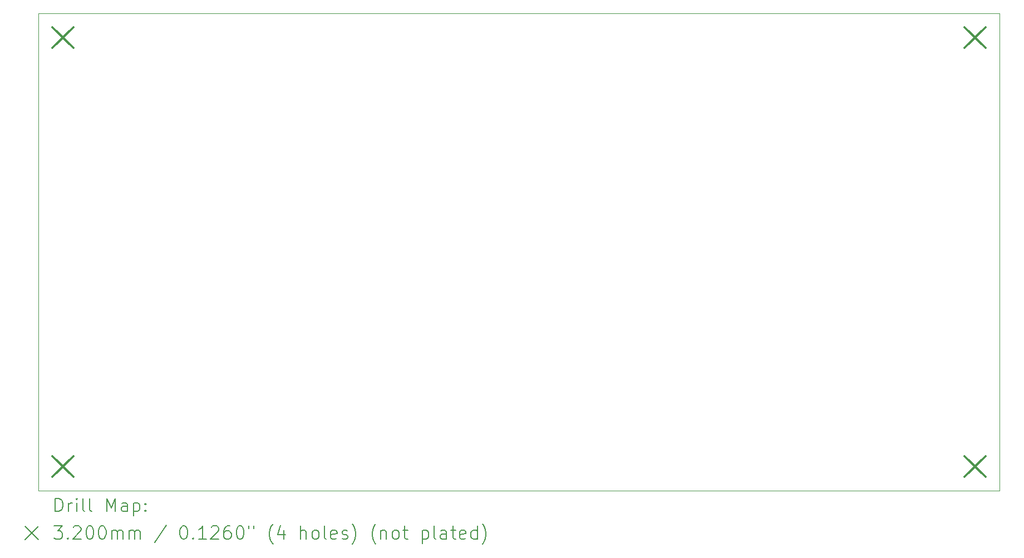
<source format=gbr>
%TF.GenerationSoftware,KiCad,Pcbnew,8.0.1*%
%TF.CreationDate,2024-05-23T14:09:58+02:00*%
%TF.ProjectId,MISRC_v2.1,4d495352-435f-4763-922e-312e6b696361,0.3*%
%TF.SameCoordinates,Original*%
%TF.FileFunction,Drillmap*%
%TF.FilePolarity,Positive*%
%FSLAX45Y45*%
G04 Gerber Fmt 4.5, Leading zero omitted, Abs format (unit mm)*
G04 Created by KiCad (PCBNEW 8.0.1) date 2024-05-23 14:09:58*
%MOMM*%
%LPD*%
G01*
G04 APERTURE LIST*
%ADD10C,0.100000*%
%ADD11C,0.200000*%
%ADD12C,0.320000*%
G04 APERTURE END LIST*
D10*
X20675600Y-13589000D02*
X20675600Y-6324600D01*
X6057900Y-13589000D02*
X20675600Y-13589000D01*
X20675600Y-6324600D02*
X6057900Y-6324600D01*
X6057900Y-6324600D02*
X6057900Y-13589000D01*
D11*
D12*
X6266200Y-6532900D02*
X6586200Y-6852900D01*
X6586200Y-6532900D02*
X6266200Y-6852900D01*
X6266200Y-13060700D02*
X6586200Y-13380700D01*
X6586200Y-13060700D02*
X6266200Y-13380700D01*
X20147300Y-6532900D02*
X20467300Y-6852900D01*
X20467300Y-6532900D02*
X20147300Y-6852900D01*
X20147300Y-13060700D02*
X20467300Y-13380700D01*
X20467300Y-13060700D02*
X20147300Y-13380700D01*
D11*
X6313677Y-13905484D02*
X6313677Y-13705484D01*
X6313677Y-13705484D02*
X6361296Y-13705484D01*
X6361296Y-13705484D02*
X6389867Y-13715008D01*
X6389867Y-13715008D02*
X6408915Y-13734055D01*
X6408915Y-13734055D02*
X6418439Y-13753103D01*
X6418439Y-13753103D02*
X6427962Y-13791198D01*
X6427962Y-13791198D02*
X6427962Y-13819769D01*
X6427962Y-13819769D02*
X6418439Y-13857865D01*
X6418439Y-13857865D02*
X6408915Y-13876912D01*
X6408915Y-13876912D02*
X6389867Y-13895960D01*
X6389867Y-13895960D02*
X6361296Y-13905484D01*
X6361296Y-13905484D02*
X6313677Y-13905484D01*
X6513677Y-13905484D02*
X6513677Y-13772150D01*
X6513677Y-13810246D02*
X6523201Y-13791198D01*
X6523201Y-13791198D02*
X6532724Y-13781674D01*
X6532724Y-13781674D02*
X6551772Y-13772150D01*
X6551772Y-13772150D02*
X6570820Y-13772150D01*
X6637486Y-13905484D02*
X6637486Y-13772150D01*
X6637486Y-13705484D02*
X6627962Y-13715008D01*
X6627962Y-13715008D02*
X6637486Y-13724531D01*
X6637486Y-13724531D02*
X6647010Y-13715008D01*
X6647010Y-13715008D02*
X6637486Y-13705484D01*
X6637486Y-13705484D02*
X6637486Y-13724531D01*
X6761296Y-13905484D02*
X6742248Y-13895960D01*
X6742248Y-13895960D02*
X6732724Y-13876912D01*
X6732724Y-13876912D02*
X6732724Y-13705484D01*
X6866058Y-13905484D02*
X6847010Y-13895960D01*
X6847010Y-13895960D02*
X6837486Y-13876912D01*
X6837486Y-13876912D02*
X6837486Y-13705484D01*
X7094629Y-13905484D02*
X7094629Y-13705484D01*
X7094629Y-13705484D02*
X7161296Y-13848341D01*
X7161296Y-13848341D02*
X7227962Y-13705484D01*
X7227962Y-13705484D02*
X7227962Y-13905484D01*
X7408915Y-13905484D02*
X7408915Y-13800722D01*
X7408915Y-13800722D02*
X7399391Y-13781674D01*
X7399391Y-13781674D02*
X7380343Y-13772150D01*
X7380343Y-13772150D02*
X7342248Y-13772150D01*
X7342248Y-13772150D02*
X7323201Y-13781674D01*
X7408915Y-13895960D02*
X7389867Y-13905484D01*
X7389867Y-13905484D02*
X7342248Y-13905484D01*
X7342248Y-13905484D02*
X7323201Y-13895960D01*
X7323201Y-13895960D02*
X7313677Y-13876912D01*
X7313677Y-13876912D02*
X7313677Y-13857865D01*
X7313677Y-13857865D02*
X7323201Y-13838817D01*
X7323201Y-13838817D02*
X7342248Y-13829293D01*
X7342248Y-13829293D02*
X7389867Y-13829293D01*
X7389867Y-13829293D02*
X7408915Y-13819769D01*
X7504153Y-13772150D02*
X7504153Y-13972150D01*
X7504153Y-13781674D02*
X7523201Y-13772150D01*
X7523201Y-13772150D02*
X7561296Y-13772150D01*
X7561296Y-13772150D02*
X7580343Y-13781674D01*
X7580343Y-13781674D02*
X7589867Y-13791198D01*
X7589867Y-13791198D02*
X7599391Y-13810246D01*
X7599391Y-13810246D02*
X7599391Y-13867388D01*
X7599391Y-13867388D02*
X7589867Y-13886436D01*
X7589867Y-13886436D02*
X7580343Y-13895960D01*
X7580343Y-13895960D02*
X7561296Y-13905484D01*
X7561296Y-13905484D02*
X7523201Y-13905484D01*
X7523201Y-13905484D02*
X7504153Y-13895960D01*
X7685105Y-13886436D02*
X7694629Y-13895960D01*
X7694629Y-13895960D02*
X7685105Y-13905484D01*
X7685105Y-13905484D02*
X7675582Y-13895960D01*
X7675582Y-13895960D02*
X7685105Y-13886436D01*
X7685105Y-13886436D02*
X7685105Y-13905484D01*
X7685105Y-13781674D02*
X7694629Y-13791198D01*
X7694629Y-13791198D02*
X7685105Y-13800722D01*
X7685105Y-13800722D02*
X7675582Y-13791198D01*
X7675582Y-13791198D02*
X7685105Y-13781674D01*
X7685105Y-13781674D02*
X7685105Y-13800722D01*
X5852900Y-14134000D02*
X6052900Y-14334000D01*
X6052900Y-14134000D02*
X5852900Y-14334000D01*
X6294629Y-14125484D02*
X6418439Y-14125484D01*
X6418439Y-14125484D02*
X6351772Y-14201674D01*
X6351772Y-14201674D02*
X6380343Y-14201674D01*
X6380343Y-14201674D02*
X6399391Y-14211198D01*
X6399391Y-14211198D02*
X6408915Y-14220722D01*
X6408915Y-14220722D02*
X6418439Y-14239769D01*
X6418439Y-14239769D02*
X6418439Y-14287388D01*
X6418439Y-14287388D02*
X6408915Y-14306436D01*
X6408915Y-14306436D02*
X6399391Y-14315960D01*
X6399391Y-14315960D02*
X6380343Y-14325484D01*
X6380343Y-14325484D02*
X6323201Y-14325484D01*
X6323201Y-14325484D02*
X6304153Y-14315960D01*
X6304153Y-14315960D02*
X6294629Y-14306436D01*
X6504153Y-14306436D02*
X6513677Y-14315960D01*
X6513677Y-14315960D02*
X6504153Y-14325484D01*
X6504153Y-14325484D02*
X6494629Y-14315960D01*
X6494629Y-14315960D02*
X6504153Y-14306436D01*
X6504153Y-14306436D02*
X6504153Y-14325484D01*
X6589867Y-14144531D02*
X6599391Y-14135008D01*
X6599391Y-14135008D02*
X6618439Y-14125484D01*
X6618439Y-14125484D02*
X6666058Y-14125484D01*
X6666058Y-14125484D02*
X6685105Y-14135008D01*
X6685105Y-14135008D02*
X6694629Y-14144531D01*
X6694629Y-14144531D02*
X6704153Y-14163579D01*
X6704153Y-14163579D02*
X6704153Y-14182627D01*
X6704153Y-14182627D02*
X6694629Y-14211198D01*
X6694629Y-14211198D02*
X6580343Y-14325484D01*
X6580343Y-14325484D02*
X6704153Y-14325484D01*
X6827962Y-14125484D02*
X6847010Y-14125484D01*
X6847010Y-14125484D02*
X6866058Y-14135008D01*
X6866058Y-14135008D02*
X6875582Y-14144531D01*
X6875582Y-14144531D02*
X6885105Y-14163579D01*
X6885105Y-14163579D02*
X6894629Y-14201674D01*
X6894629Y-14201674D02*
X6894629Y-14249293D01*
X6894629Y-14249293D02*
X6885105Y-14287388D01*
X6885105Y-14287388D02*
X6875582Y-14306436D01*
X6875582Y-14306436D02*
X6866058Y-14315960D01*
X6866058Y-14315960D02*
X6847010Y-14325484D01*
X6847010Y-14325484D02*
X6827962Y-14325484D01*
X6827962Y-14325484D02*
X6808915Y-14315960D01*
X6808915Y-14315960D02*
X6799391Y-14306436D01*
X6799391Y-14306436D02*
X6789867Y-14287388D01*
X6789867Y-14287388D02*
X6780343Y-14249293D01*
X6780343Y-14249293D02*
X6780343Y-14201674D01*
X6780343Y-14201674D02*
X6789867Y-14163579D01*
X6789867Y-14163579D02*
X6799391Y-14144531D01*
X6799391Y-14144531D02*
X6808915Y-14135008D01*
X6808915Y-14135008D02*
X6827962Y-14125484D01*
X7018439Y-14125484D02*
X7037486Y-14125484D01*
X7037486Y-14125484D02*
X7056534Y-14135008D01*
X7056534Y-14135008D02*
X7066058Y-14144531D01*
X7066058Y-14144531D02*
X7075582Y-14163579D01*
X7075582Y-14163579D02*
X7085105Y-14201674D01*
X7085105Y-14201674D02*
X7085105Y-14249293D01*
X7085105Y-14249293D02*
X7075582Y-14287388D01*
X7075582Y-14287388D02*
X7066058Y-14306436D01*
X7066058Y-14306436D02*
X7056534Y-14315960D01*
X7056534Y-14315960D02*
X7037486Y-14325484D01*
X7037486Y-14325484D02*
X7018439Y-14325484D01*
X7018439Y-14325484D02*
X6999391Y-14315960D01*
X6999391Y-14315960D02*
X6989867Y-14306436D01*
X6989867Y-14306436D02*
X6980343Y-14287388D01*
X6980343Y-14287388D02*
X6970820Y-14249293D01*
X6970820Y-14249293D02*
X6970820Y-14201674D01*
X6970820Y-14201674D02*
X6980343Y-14163579D01*
X6980343Y-14163579D02*
X6989867Y-14144531D01*
X6989867Y-14144531D02*
X6999391Y-14135008D01*
X6999391Y-14135008D02*
X7018439Y-14125484D01*
X7170820Y-14325484D02*
X7170820Y-14192150D01*
X7170820Y-14211198D02*
X7180343Y-14201674D01*
X7180343Y-14201674D02*
X7199391Y-14192150D01*
X7199391Y-14192150D02*
X7227963Y-14192150D01*
X7227963Y-14192150D02*
X7247010Y-14201674D01*
X7247010Y-14201674D02*
X7256534Y-14220722D01*
X7256534Y-14220722D02*
X7256534Y-14325484D01*
X7256534Y-14220722D02*
X7266058Y-14201674D01*
X7266058Y-14201674D02*
X7285105Y-14192150D01*
X7285105Y-14192150D02*
X7313677Y-14192150D01*
X7313677Y-14192150D02*
X7332724Y-14201674D01*
X7332724Y-14201674D02*
X7342248Y-14220722D01*
X7342248Y-14220722D02*
X7342248Y-14325484D01*
X7437486Y-14325484D02*
X7437486Y-14192150D01*
X7437486Y-14211198D02*
X7447010Y-14201674D01*
X7447010Y-14201674D02*
X7466058Y-14192150D01*
X7466058Y-14192150D02*
X7494629Y-14192150D01*
X7494629Y-14192150D02*
X7513677Y-14201674D01*
X7513677Y-14201674D02*
X7523201Y-14220722D01*
X7523201Y-14220722D02*
X7523201Y-14325484D01*
X7523201Y-14220722D02*
X7532724Y-14201674D01*
X7532724Y-14201674D02*
X7551772Y-14192150D01*
X7551772Y-14192150D02*
X7580343Y-14192150D01*
X7580343Y-14192150D02*
X7599391Y-14201674D01*
X7599391Y-14201674D02*
X7608915Y-14220722D01*
X7608915Y-14220722D02*
X7608915Y-14325484D01*
X7999391Y-14115960D02*
X7827963Y-14373103D01*
X8256534Y-14125484D02*
X8275582Y-14125484D01*
X8275582Y-14125484D02*
X8294629Y-14135008D01*
X8294629Y-14135008D02*
X8304153Y-14144531D01*
X8304153Y-14144531D02*
X8313677Y-14163579D01*
X8313677Y-14163579D02*
X8323201Y-14201674D01*
X8323201Y-14201674D02*
X8323201Y-14249293D01*
X8323201Y-14249293D02*
X8313677Y-14287388D01*
X8313677Y-14287388D02*
X8304153Y-14306436D01*
X8304153Y-14306436D02*
X8294629Y-14315960D01*
X8294629Y-14315960D02*
X8275582Y-14325484D01*
X8275582Y-14325484D02*
X8256534Y-14325484D01*
X8256534Y-14325484D02*
X8237486Y-14315960D01*
X8237486Y-14315960D02*
X8227963Y-14306436D01*
X8227963Y-14306436D02*
X8218439Y-14287388D01*
X8218439Y-14287388D02*
X8208915Y-14249293D01*
X8208915Y-14249293D02*
X8208915Y-14201674D01*
X8208915Y-14201674D02*
X8218439Y-14163579D01*
X8218439Y-14163579D02*
X8227963Y-14144531D01*
X8227963Y-14144531D02*
X8237486Y-14135008D01*
X8237486Y-14135008D02*
X8256534Y-14125484D01*
X8408915Y-14306436D02*
X8418439Y-14315960D01*
X8418439Y-14315960D02*
X8408915Y-14325484D01*
X8408915Y-14325484D02*
X8399391Y-14315960D01*
X8399391Y-14315960D02*
X8408915Y-14306436D01*
X8408915Y-14306436D02*
X8408915Y-14325484D01*
X8608915Y-14325484D02*
X8494629Y-14325484D01*
X8551772Y-14325484D02*
X8551772Y-14125484D01*
X8551772Y-14125484D02*
X8532725Y-14154055D01*
X8532725Y-14154055D02*
X8513677Y-14173103D01*
X8513677Y-14173103D02*
X8494629Y-14182627D01*
X8685106Y-14144531D02*
X8694629Y-14135008D01*
X8694629Y-14135008D02*
X8713677Y-14125484D01*
X8713677Y-14125484D02*
X8761296Y-14125484D01*
X8761296Y-14125484D02*
X8780344Y-14135008D01*
X8780344Y-14135008D02*
X8789868Y-14144531D01*
X8789868Y-14144531D02*
X8799391Y-14163579D01*
X8799391Y-14163579D02*
X8799391Y-14182627D01*
X8799391Y-14182627D02*
X8789868Y-14211198D01*
X8789868Y-14211198D02*
X8675582Y-14325484D01*
X8675582Y-14325484D02*
X8799391Y-14325484D01*
X8970820Y-14125484D02*
X8932725Y-14125484D01*
X8932725Y-14125484D02*
X8913677Y-14135008D01*
X8913677Y-14135008D02*
X8904153Y-14144531D01*
X8904153Y-14144531D02*
X8885106Y-14173103D01*
X8885106Y-14173103D02*
X8875582Y-14211198D01*
X8875582Y-14211198D02*
X8875582Y-14287388D01*
X8875582Y-14287388D02*
X8885106Y-14306436D01*
X8885106Y-14306436D02*
X8894629Y-14315960D01*
X8894629Y-14315960D02*
X8913677Y-14325484D01*
X8913677Y-14325484D02*
X8951772Y-14325484D01*
X8951772Y-14325484D02*
X8970820Y-14315960D01*
X8970820Y-14315960D02*
X8980344Y-14306436D01*
X8980344Y-14306436D02*
X8989868Y-14287388D01*
X8989868Y-14287388D02*
X8989868Y-14239769D01*
X8989868Y-14239769D02*
X8980344Y-14220722D01*
X8980344Y-14220722D02*
X8970820Y-14211198D01*
X8970820Y-14211198D02*
X8951772Y-14201674D01*
X8951772Y-14201674D02*
X8913677Y-14201674D01*
X8913677Y-14201674D02*
X8894629Y-14211198D01*
X8894629Y-14211198D02*
X8885106Y-14220722D01*
X8885106Y-14220722D02*
X8875582Y-14239769D01*
X9113677Y-14125484D02*
X9132725Y-14125484D01*
X9132725Y-14125484D02*
X9151772Y-14135008D01*
X9151772Y-14135008D02*
X9161296Y-14144531D01*
X9161296Y-14144531D02*
X9170820Y-14163579D01*
X9170820Y-14163579D02*
X9180344Y-14201674D01*
X9180344Y-14201674D02*
X9180344Y-14249293D01*
X9180344Y-14249293D02*
X9170820Y-14287388D01*
X9170820Y-14287388D02*
X9161296Y-14306436D01*
X9161296Y-14306436D02*
X9151772Y-14315960D01*
X9151772Y-14315960D02*
X9132725Y-14325484D01*
X9132725Y-14325484D02*
X9113677Y-14325484D01*
X9113677Y-14325484D02*
X9094629Y-14315960D01*
X9094629Y-14315960D02*
X9085106Y-14306436D01*
X9085106Y-14306436D02*
X9075582Y-14287388D01*
X9075582Y-14287388D02*
X9066058Y-14249293D01*
X9066058Y-14249293D02*
X9066058Y-14201674D01*
X9066058Y-14201674D02*
X9075582Y-14163579D01*
X9075582Y-14163579D02*
X9085106Y-14144531D01*
X9085106Y-14144531D02*
X9094629Y-14135008D01*
X9094629Y-14135008D02*
X9113677Y-14125484D01*
X9256534Y-14125484D02*
X9256534Y-14163579D01*
X9332725Y-14125484D02*
X9332725Y-14163579D01*
X9627963Y-14401674D02*
X9618439Y-14392150D01*
X9618439Y-14392150D02*
X9599391Y-14363579D01*
X9599391Y-14363579D02*
X9589868Y-14344531D01*
X9589868Y-14344531D02*
X9580344Y-14315960D01*
X9580344Y-14315960D02*
X9570820Y-14268341D01*
X9570820Y-14268341D02*
X9570820Y-14230246D01*
X9570820Y-14230246D02*
X9580344Y-14182627D01*
X9580344Y-14182627D02*
X9589868Y-14154055D01*
X9589868Y-14154055D02*
X9599391Y-14135008D01*
X9599391Y-14135008D02*
X9618439Y-14106436D01*
X9618439Y-14106436D02*
X9627963Y-14096912D01*
X9789868Y-14192150D02*
X9789868Y-14325484D01*
X9742249Y-14115960D02*
X9694630Y-14258817D01*
X9694630Y-14258817D02*
X9818439Y-14258817D01*
X10047011Y-14325484D02*
X10047011Y-14125484D01*
X10132725Y-14325484D02*
X10132725Y-14220722D01*
X10132725Y-14220722D02*
X10123201Y-14201674D01*
X10123201Y-14201674D02*
X10104153Y-14192150D01*
X10104153Y-14192150D02*
X10075582Y-14192150D01*
X10075582Y-14192150D02*
X10056534Y-14201674D01*
X10056534Y-14201674D02*
X10047011Y-14211198D01*
X10256534Y-14325484D02*
X10237487Y-14315960D01*
X10237487Y-14315960D02*
X10227963Y-14306436D01*
X10227963Y-14306436D02*
X10218439Y-14287388D01*
X10218439Y-14287388D02*
X10218439Y-14230246D01*
X10218439Y-14230246D02*
X10227963Y-14211198D01*
X10227963Y-14211198D02*
X10237487Y-14201674D01*
X10237487Y-14201674D02*
X10256534Y-14192150D01*
X10256534Y-14192150D02*
X10285106Y-14192150D01*
X10285106Y-14192150D02*
X10304153Y-14201674D01*
X10304153Y-14201674D02*
X10313677Y-14211198D01*
X10313677Y-14211198D02*
X10323201Y-14230246D01*
X10323201Y-14230246D02*
X10323201Y-14287388D01*
X10323201Y-14287388D02*
X10313677Y-14306436D01*
X10313677Y-14306436D02*
X10304153Y-14315960D01*
X10304153Y-14315960D02*
X10285106Y-14325484D01*
X10285106Y-14325484D02*
X10256534Y-14325484D01*
X10437487Y-14325484D02*
X10418439Y-14315960D01*
X10418439Y-14315960D02*
X10408915Y-14296912D01*
X10408915Y-14296912D02*
X10408915Y-14125484D01*
X10589868Y-14315960D02*
X10570820Y-14325484D01*
X10570820Y-14325484D02*
X10532725Y-14325484D01*
X10532725Y-14325484D02*
X10513677Y-14315960D01*
X10513677Y-14315960D02*
X10504153Y-14296912D01*
X10504153Y-14296912D02*
X10504153Y-14220722D01*
X10504153Y-14220722D02*
X10513677Y-14201674D01*
X10513677Y-14201674D02*
X10532725Y-14192150D01*
X10532725Y-14192150D02*
X10570820Y-14192150D01*
X10570820Y-14192150D02*
X10589868Y-14201674D01*
X10589868Y-14201674D02*
X10599392Y-14220722D01*
X10599392Y-14220722D02*
X10599392Y-14239769D01*
X10599392Y-14239769D02*
X10504153Y-14258817D01*
X10675582Y-14315960D02*
X10694630Y-14325484D01*
X10694630Y-14325484D02*
X10732725Y-14325484D01*
X10732725Y-14325484D02*
X10751773Y-14315960D01*
X10751773Y-14315960D02*
X10761296Y-14296912D01*
X10761296Y-14296912D02*
X10761296Y-14287388D01*
X10761296Y-14287388D02*
X10751773Y-14268341D01*
X10751773Y-14268341D02*
X10732725Y-14258817D01*
X10732725Y-14258817D02*
X10704153Y-14258817D01*
X10704153Y-14258817D02*
X10685106Y-14249293D01*
X10685106Y-14249293D02*
X10675582Y-14230246D01*
X10675582Y-14230246D02*
X10675582Y-14220722D01*
X10675582Y-14220722D02*
X10685106Y-14201674D01*
X10685106Y-14201674D02*
X10704153Y-14192150D01*
X10704153Y-14192150D02*
X10732725Y-14192150D01*
X10732725Y-14192150D02*
X10751773Y-14201674D01*
X10827963Y-14401674D02*
X10837487Y-14392150D01*
X10837487Y-14392150D02*
X10856534Y-14363579D01*
X10856534Y-14363579D02*
X10866058Y-14344531D01*
X10866058Y-14344531D02*
X10875582Y-14315960D01*
X10875582Y-14315960D02*
X10885106Y-14268341D01*
X10885106Y-14268341D02*
X10885106Y-14230246D01*
X10885106Y-14230246D02*
X10875582Y-14182627D01*
X10875582Y-14182627D02*
X10866058Y-14154055D01*
X10866058Y-14154055D02*
X10856534Y-14135008D01*
X10856534Y-14135008D02*
X10837487Y-14106436D01*
X10837487Y-14106436D02*
X10827963Y-14096912D01*
X11189868Y-14401674D02*
X11180344Y-14392150D01*
X11180344Y-14392150D02*
X11161296Y-14363579D01*
X11161296Y-14363579D02*
X11151773Y-14344531D01*
X11151773Y-14344531D02*
X11142249Y-14315960D01*
X11142249Y-14315960D02*
X11132725Y-14268341D01*
X11132725Y-14268341D02*
X11132725Y-14230246D01*
X11132725Y-14230246D02*
X11142249Y-14182627D01*
X11142249Y-14182627D02*
X11151773Y-14154055D01*
X11151773Y-14154055D02*
X11161296Y-14135008D01*
X11161296Y-14135008D02*
X11180344Y-14106436D01*
X11180344Y-14106436D02*
X11189868Y-14096912D01*
X11266058Y-14192150D02*
X11266058Y-14325484D01*
X11266058Y-14211198D02*
X11275582Y-14201674D01*
X11275582Y-14201674D02*
X11294630Y-14192150D01*
X11294630Y-14192150D02*
X11323201Y-14192150D01*
X11323201Y-14192150D02*
X11342249Y-14201674D01*
X11342249Y-14201674D02*
X11351772Y-14220722D01*
X11351772Y-14220722D02*
X11351772Y-14325484D01*
X11475582Y-14325484D02*
X11456534Y-14315960D01*
X11456534Y-14315960D02*
X11447011Y-14306436D01*
X11447011Y-14306436D02*
X11437487Y-14287388D01*
X11437487Y-14287388D02*
X11437487Y-14230246D01*
X11437487Y-14230246D02*
X11447011Y-14211198D01*
X11447011Y-14211198D02*
X11456534Y-14201674D01*
X11456534Y-14201674D02*
X11475582Y-14192150D01*
X11475582Y-14192150D02*
X11504153Y-14192150D01*
X11504153Y-14192150D02*
X11523201Y-14201674D01*
X11523201Y-14201674D02*
X11532725Y-14211198D01*
X11532725Y-14211198D02*
X11542249Y-14230246D01*
X11542249Y-14230246D02*
X11542249Y-14287388D01*
X11542249Y-14287388D02*
X11532725Y-14306436D01*
X11532725Y-14306436D02*
X11523201Y-14315960D01*
X11523201Y-14315960D02*
X11504153Y-14325484D01*
X11504153Y-14325484D02*
X11475582Y-14325484D01*
X11599392Y-14192150D02*
X11675582Y-14192150D01*
X11627963Y-14125484D02*
X11627963Y-14296912D01*
X11627963Y-14296912D02*
X11637487Y-14315960D01*
X11637487Y-14315960D02*
X11656534Y-14325484D01*
X11656534Y-14325484D02*
X11675582Y-14325484D01*
X11894630Y-14192150D02*
X11894630Y-14392150D01*
X11894630Y-14201674D02*
X11913677Y-14192150D01*
X11913677Y-14192150D02*
X11951773Y-14192150D01*
X11951773Y-14192150D02*
X11970820Y-14201674D01*
X11970820Y-14201674D02*
X11980344Y-14211198D01*
X11980344Y-14211198D02*
X11989868Y-14230246D01*
X11989868Y-14230246D02*
X11989868Y-14287388D01*
X11989868Y-14287388D02*
X11980344Y-14306436D01*
X11980344Y-14306436D02*
X11970820Y-14315960D01*
X11970820Y-14315960D02*
X11951773Y-14325484D01*
X11951773Y-14325484D02*
X11913677Y-14325484D01*
X11913677Y-14325484D02*
X11894630Y-14315960D01*
X12104153Y-14325484D02*
X12085106Y-14315960D01*
X12085106Y-14315960D02*
X12075582Y-14296912D01*
X12075582Y-14296912D02*
X12075582Y-14125484D01*
X12266058Y-14325484D02*
X12266058Y-14220722D01*
X12266058Y-14220722D02*
X12256534Y-14201674D01*
X12256534Y-14201674D02*
X12237487Y-14192150D01*
X12237487Y-14192150D02*
X12199392Y-14192150D01*
X12199392Y-14192150D02*
X12180344Y-14201674D01*
X12266058Y-14315960D02*
X12247011Y-14325484D01*
X12247011Y-14325484D02*
X12199392Y-14325484D01*
X12199392Y-14325484D02*
X12180344Y-14315960D01*
X12180344Y-14315960D02*
X12170820Y-14296912D01*
X12170820Y-14296912D02*
X12170820Y-14277865D01*
X12170820Y-14277865D02*
X12180344Y-14258817D01*
X12180344Y-14258817D02*
X12199392Y-14249293D01*
X12199392Y-14249293D02*
X12247011Y-14249293D01*
X12247011Y-14249293D02*
X12266058Y-14239769D01*
X12332725Y-14192150D02*
X12408915Y-14192150D01*
X12361296Y-14125484D02*
X12361296Y-14296912D01*
X12361296Y-14296912D02*
X12370820Y-14315960D01*
X12370820Y-14315960D02*
X12389868Y-14325484D01*
X12389868Y-14325484D02*
X12408915Y-14325484D01*
X12551773Y-14315960D02*
X12532725Y-14325484D01*
X12532725Y-14325484D02*
X12494630Y-14325484D01*
X12494630Y-14325484D02*
X12475582Y-14315960D01*
X12475582Y-14315960D02*
X12466058Y-14296912D01*
X12466058Y-14296912D02*
X12466058Y-14220722D01*
X12466058Y-14220722D02*
X12475582Y-14201674D01*
X12475582Y-14201674D02*
X12494630Y-14192150D01*
X12494630Y-14192150D02*
X12532725Y-14192150D01*
X12532725Y-14192150D02*
X12551773Y-14201674D01*
X12551773Y-14201674D02*
X12561296Y-14220722D01*
X12561296Y-14220722D02*
X12561296Y-14239769D01*
X12561296Y-14239769D02*
X12466058Y-14258817D01*
X12732725Y-14325484D02*
X12732725Y-14125484D01*
X12732725Y-14315960D02*
X12713677Y-14325484D01*
X12713677Y-14325484D02*
X12675582Y-14325484D01*
X12675582Y-14325484D02*
X12656534Y-14315960D01*
X12656534Y-14315960D02*
X12647011Y-14306436D01*
X12647011Y-14306436D02*
X12637487Y-14287388D01*
X12637487Y-14287388D02*
X12637487Y-14230246D01*
X12637487Y-14230246D02*
X12647011Y-14211198D01*
X12647011Y-14211198D02*
X12656534Y-14201674D01*
X12656534Y-14201674D02*
X12675582Y-14192150D01*
X12675582Y-14192150D02*
X12713677Y-14192150D01*
X12713677Y-14192150D02*
X12732725Y-14201674D01*
X12808915Y-14401674D02*
X12818439Y-14392150D01*
X12818439Y-14392150D02*
X12837487Y-14363579D01*
X12837487Y-14363579D02*
X12847011Y-14344531D01*
X12847011Y-14344531D02*
X12856534Y-14315960D01*
X12856534Y-14315960D02*
X12866058Y-14268341D01*
X12866058Y-14268341D02*
X12866058Y-14230246D01*
X12866058Y-14230246D02*
X12856534Y-14182627D01*
X12856534Y-14182627D02*
X12847011Y-14154055D01*
X12847011Y-14154055D02*
X12837487Y-14135008D01*
X12837487Y-14135008D02*
X12818439Y-14106436D01*
X12818439Y-14106436D02*
X12808915Y-14096912D01*
M02*

</source>
